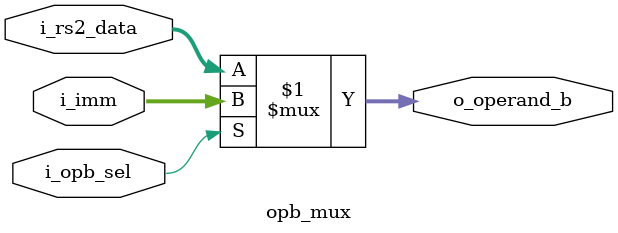
<source format=sv>
module opb_mux (
    input  logic        i_opb_sel,
    input  logic [31:0] i_rs2_data,
    input  logic [31:0] i_imm,
    output logic [31:0] o_operand_b
);
    assign o_operand_b = i_opb_sel ? i_imm : i_rs2_data;
endmodule

</source>
